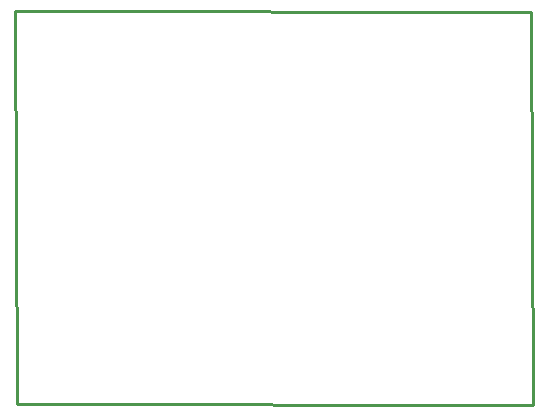
<source format=gbr>
G04 EAGLE Gerber X2 export*
%TF.Part,Single*%
%TF.FileFunction,Profile,NP*%
%TF.FilePolarity,Positive*%
%TF.GenerationSoftware,Autodesk,EAGLE,9.2.2*%
%TF.CreationDate,2020-03-12T07:58:02Z*%
G75*
%MOMM*%
%FSLAX34Y34*%
%LPD*%
%IN*%
%AMOC8*
5,1,8,0,0,1.08239X$1,22.5*%
G01*
%ADD10C,0.254000*%


D10*
X103124Y728474D02*
X104902Y396240D01*
X541836Y395478D01*
X540058Y727712D01*
X103124Y728474D01*
M02*

</source>
